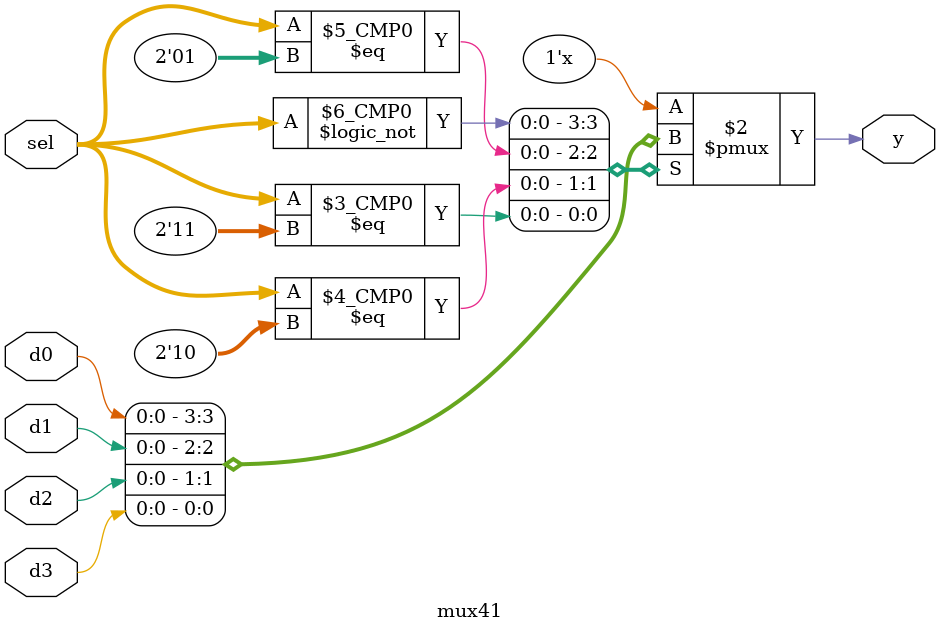
<source format=v>
module mux41 (
    input  wire d0,
    input  wire d1,
    input  wire d2,
    input  wire d3,
    input  wire [1:0] sel,
    output reg  y
);

always @(*) begin
    case (sel)
        2'b00: y = d0;
        2'b01: y = d1;
        2'b10: y = d2;
        2'b11: y = d3;
        default: y = 1'b0;
    endcase
end

endmodule


</source>
